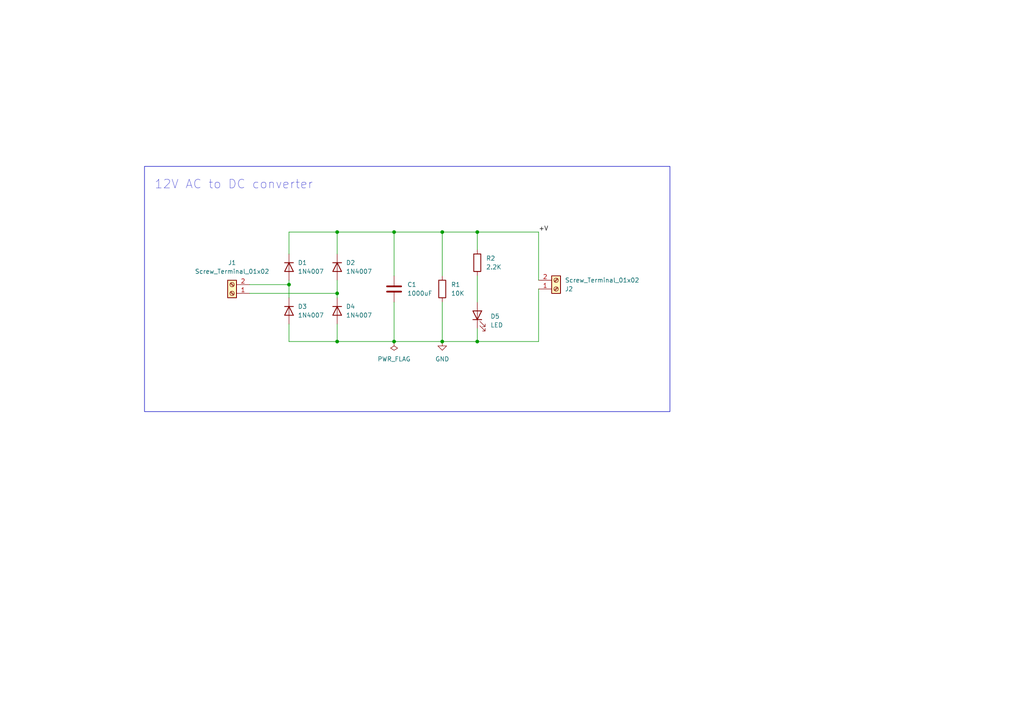
<source format=kicad_sch>
(kicad_sch (version 20250114) (generator "eeschema") (generator_version "9.0")
  (paper "A4")
  (title_block (title "AC to DC converter") (date "2026-02-09") (company "Murillo Horvath"))
  (lib_symbols
    (symbol "Connector:Screw_Terminal_01x02" (pin_names (offset 1.016) (hide yes))
      (property "Reference" "J" (at 0 2.54 0))
      (property "Value" "Screw_Terminal_01x02" (at 0 -5.08 0))
      (symbol "Screw_Terminal_01x02_1_1"
        (rectangle (start -1.27 1.27) (end 1.27 -3.81) (stroke (width 0.254)) (fill (type background)))
        (polyline (pts (xy -0.5334 0.3302) (xy 0.3302 -0.508)) (stroke (width 0.1524)))
        (polyline (pts (xy -0.5334 -2.2098) (xy 0.3302 -3.048)) (stroke (width 0.1524)))
        (polyline (pts (xy -0.3556 0.508) (xy 0.508 -0.3302)) (stroke (width 0.1524)))
        (polyline (pts (xy -0.3556 -2.032) (xy 0.508 -2.8702)) (stroke (width 0.1524)))
        (circle (center 0 0) (radius 0.635) (stroke (width 0.1524)))
        (circle (center 0 -2.54) (radius 0.635) (stroke (width 0.1524)))
        (pin passive line (at -5.08 0 0) (length 3.81) (name "Pin_1") (number "1"))
        (pin passive line (at -5.08 -2.54 0) (length 3.81) (name "Pin_2") (number "2"))
      )
    )
    (symbol "Device:C" (pin_numbers (hide yes)) (pin_names (offset 0.254))
      (property "Reference" "C" (at 0.635 2.54 0))
      (property "Value" "C" (at 0.635 -2.54 0))
      (symbol "C_0_1"
        (polyline (pts (xy -2.032 0.762) (xy 2.032 0.762)) (stroke (width 0.508)))
        (polyline (pts (xy -2.032 -0.762) (xy 2.032 -0.762)) (stroke (width 0.508)))
      )
      (symbol "C_1_1"
        (pin passive line (at 0 3.81 270) (length 2.794) (name "~") (number "1"))
        (pin passive line (at 0 -3.81 90) (length 2.794) (name "~") (number "2"))
      )
    )
    (symbol "Device:LED" (pin_numbers (hide yes)) (pin_names (offset 1.016) (hide yes))
      (property "Reference" "D" (at 0 2.54 0))
      (property "Value" "LED" (at 0 -2.54 0))
      (symbol "LED_0_1"
        (polyline (pts (xy -3.048 -0.762) (xy -4.572 -2.286) (xy -3.81 -2.286) (xy -4.572 -2.286) (xy -4.572 -1.524)))
        (polyline (pts (xy -1.778 -0.762) (xy -3.302 -2.286) (xy -2.54 -2.286) (xy -3.302 -2.286) (xy -3.302 -1.524)))
        (polyline (pts (xy -1.27 0) (xy 1.27 0)))
        (polyline (pts (xy -1.27 -1.27) (xy -1.27 1.27)) (stroke (width 0.254)))
        (polyline (pts (xy 1.27 -1.27) (xy 1.27 1.27) (xy -1.27 0) (xy 1.27 -1.27)) (stroke (width 0.254)))
      )
      (symbol "LED_1_1"
        (pin passive line (at -3.81 0 0) (length 2.54) (name "K") (number "1"))
        (pin passive line (at 3.81 0 180) (length 2.54) (name "A") (number "2"))
      )
    )
    (symbol "Device:R" (pin_numbers (hide yes)) (pin_names (offset 0))
      (property "Reference" "R" (at 2.032 0 90))
      (property "Value" "R" (at 0 0 90))
      (symbol "R_0_1"
        (rectangle (start -1.016 -2.54) (end 1.016 2.54) (stroke (width 0.254)))
      )
      (symbol "R_1_1"
        (pin passive line (at 0 3.81 270) (length 1.27) (name "~") (number "1"))
        (pin passive line (at 0 -3.81 90) (length 1.27) (name "~") (number "2"))
      )
    )
    (symbol "Diode:1N4007" (pin_numbers (hide yes)) (pin_names (hide yes))
      (property "Reference" "D" (at 0 2.54 0))
      (property "Value" "1N4007" (at 0 -2.54 0))
      (symbol "1N4007_0_1"
        (polyline (pts (xy -1.27 1.27) (xy -1.27 -1.27)) (stroke (width 0.254)))
        (polyline (pts (xy 1.27 1.27) (xy 1.27 -1.27) (xy -1.27 0) (xy 1.27 1.27)) (stroke (width 0.254)))
        (polyline (pts (xy 1.27 0) (xy -1.27 0)))
      )
      (symbol "1N4007_1_1"
        (pin passive line (at -3.81 0 0) (length 2.54) (name "K") (number "1"))
        (pin passive line (at 3.81 0 180) (length 2.54) (name "A") (number "2"))
      )
    )
    (symbol "power:GND" (power) (pin_numbers (hide yes)) (pin_names (offset 0) (hide yes))
      (property "Value" "GND" (at 0 -3.81 0))
      (symbol "GND_0_1"
        (polyline (pts (xy 0 0) (xy 0 -1.27) (xy 1.27 -1.27) (xy 0 -2.54) (xy -1.27 -1.27) (xy 0 -1.27)))
      )
      (symbol "GND_1_1"
        (pin power_in line (at 0 0 270) (length 0) (name "~") (number "1"))
      )
    )
    (symbol "power:PWR_FLAG" (power) (pin_numbers (hide yes)) (pin_names (offset 0) (hide yes))
      (property "Value" "PWR_FLAG" (at 0 3.81 0))
      (symbol "PWR_FLAG_0_0"
        (pin power_out line (at 0 0 90) (length 0) (name "~") (number "1"))
      )
      (symbol "PWR_FLAG_0_1"
        (polyline (pts (xy 0 0) (xy 0 1.27) (xy -1.016 1.905) (xy 0 2.54) (xy 1.016 1.905) (xy 0 1.27)))
      )
    )
  )
  (rectangle (start 41.91 48.26) (end 194.31 119.38))
  (text "12V AC to DC converter" (at 67.818 53.594 0) (effects (font (size 2.54 2.54) (thickness 0.0152) (bold yes))))
  (junction (at 128.27 67.31))
  (junction (at 114.3 99.06))
  (junction (at 138.43 99.06))
  (junction (at 83.82 82.55))
  (junction (at 97.79 99.06))
  (junction (at 97.79 85.09))
  (junction (at 114.3 67.31))
  (junction (at 128.27 99.06))
  (junction (at 97.79 67.31))
  (junction (at 138.43 67.31))
  (wire (pts (xy 72.39 85.09) (xy 97.79 85.09)))
  (wire (pts (xy 156.21 67.31) (xy 138.43 67.31)))
  (wire (pts (xy 97.79 85.09) (xy 97.79 86.36)))
  (wire (pts (xy 114.3 80.01) (xy 114.3 67.31)))
  (wire (pts (xy 114.3 87.63) (xy 114.3 99.06)))
  (wire (pts (xy 128.27 87.63) (xy 128.27 99.06)))
  (wire (pts (xy 97.79 81.28) (xy 97.79 85.09)))
  (wire (pts (xy 138.43 80.01) (xy 138.43 87.63)))
  (wire (pts (xy 114.3 99.06) (xy 128.27 99.06)))
  (wire (pts (xy 156.21 81.28) (xy 156.21 67.31)))
  (wire (pts (xy 138.43 67.31) (xy 128.27 67.31)))
  (wire (pts (xy 97.79 99.06) (xy 97.79 93.98)))
  (wire (pts (xy 83.82 82.55) (xy 83.82 86.36)))
  (wire (pts (xy 156.21 83.82) (xy 156.21 99.06)))
  (wire (pts (xy 114.3 67.31) (xy 128.27 67.31)))
  (wire (pts (xy 114.3 99.06) (xy 97.79 99.06)))
  (wire (pts (xy 83.82 99.06) (xy 97.79 99.06)))
  (wire (pts (xy 97.79 67.31) (xy 83.82 67.31)))
  (wire (pts (xy 72.39 82.55) (xy 83.82 82.55)))
  (wire (pts (xy 83.82 81.28) (xy 83.82 82.55)))
  (wire (pts (xy 83.82 67.31) (xy 83.82 73.66)))
  (wire (pts (xy 138.43 99.06) (xy 128.27 99.06)))
  (wire (pts (xy 83.82 93.98) (xy 83.82 99.06)))
  (wire (pts (xy 138.43 72.39) (xy 138.43 67.31)))
  (wire (pts (xy 156.21 99.06) (xy 138.43 99.06)))
  (wire (pts (xy 128.27 80.01) (xy 128.27 67.31)))
  (wire (pts (xy 138.43 95.25) (xy 138.43 99.06)))
  (wire (pts (xy 97.79 73.66) (xy 97.79 67.31)))
  (wire (pts (xy 114.3 67.31) (xy 97.79 67.31)))
  (label "+V" (at 156.21 67.31 0))
  (symbol (lib_id "Diode:1N4007") (at 97.79 90.17 270) (unit 1)
    (property "Reference" "D4" (at 100.33 88.8999 90) (effects (justify left)))
    (property "Value" "1N4007" (at 100.33 91.4399 90) (effects (justify left)))
    (property "Footprint" "Diode_THT:D_DO-41_SOD81_P10.16mm_Horizontal" (effects (hide yes)))
    (property "Datasheet" "http://www.vishay.com/docs/88503/1n4001.pdf" (effects (hide yes)))
    (property "Description" "1000V 1A General Purpose Rectifier Diode, DO-41" (effects (hide yes)))
    (property "Sim.Device" "D" (effects (hide yes)))
    (property "Sim.Pins" "1=K 2=A" (effects (hide yes)))
  )
  (symbol (lib_id "Device:C") (at 114.3 83.82 0) (unit 1)
    (property "Reference" "C1" (at 118.11 82.5499 0) (effects (justify left)))
    (property "Value" "1000uF" (at 118.11 85.0899 0) (effects (justify left)))
    (property "Footprint" "Capacitor_THT:CP_Radial_D8.0mm_P5.00mm" (effects (hide yes)))
    (property "Description" "Unpolarized capacitor" (effects (hide yes)))
  )
  (symbol (lib_id "Connector:Screw_Terminal_01x02") (at 67.31 85.09 180) (unit 1)
    (property "Reference" "J1" (at 67.31 76.2 0))
    (property "Value" "Screw_Terminal_01x02" (at 67.31 78.74 0))
    (property "Footprint" "TerminalBlock:TerminalBlock_MaiXu_MX126-5.0-02P_1x02_P5.00mm" (effects (hide yes)))
    (property "Description" "Generic screw terminal, single row, 01x02, script generated (kicad-library-utils/schlib/autogen/connector/)" (effects (hide yes)))
  )
  (symbol (lib_id "Diode:1N4007") (at 83.82 77.47 270) (unit 1)
    (property "Reference" "D1" (at 86.36 76.1999 90) (effects (justify left)))
    (property "Value" "1N4007" (at 86.36 78.7399 90) (effects (justify left)))
    (property "Footprint" "Diode_THT:D_DO-41_SOD81_P10.16mm_Horizontal" (effects (hide yes)))
    (property "Datasheet" "http://www.vishay.com/docs/88503/1n4001.pdf" (effects (hide yes)))
    (property "Description" "1000V 1A General Purpose Rectifier Diode, DO-41" (effects (hide yes)))
    (property "Sim.Device" "D" (effects (hide yes)))
    (property "Sim.Pins" "1=K 2=A" (effects (hide yes)))
  )
  (symbol (lib_id "Device:R") (at 128.27 83.82 0) (unit 1)
    (property "Reference" "R1" (at 130.81 82.5499 0) (effects (justify left)))
    (property "Value" "10K" (at 130.81 85.0899 0) (effects (justify left)))
    (property "Footprint" "Resistor_THT:R_Axial_DIN0207_L6.3mm_D2.5mm_P7.62mm_Horizontal" (effects (hide yes)))
    (property "Description" "Resistor" (effects (hide yes)))
  )
  (symbol (lib_id "Connector:Screw_Terminal_01x02") (at 161.29 83.82 0) (mirror x) (unit 1)
    (property "Reference" "J2" (at 163.83 83.8201 0) (effects (justify left)))
    (property "Value" "Screw_Terminal_01x02" (at 163.83 81.2801 0) (effects (justify left)))
    (property "Footprint" "TerminalBlock:TerminalBlock_MaiXu_MX126-5.0-02P_1x02_P5.00mm" (effects (hide yes)))
    (property "Description" "Generic screw terminal, single row, 01x02, script generated (kicad-library-utils/schlib/autogen/connector/)" (effects (hide yes)))
  )
  (symbol (lib_id "Device:LED") (at 138.43 91.44 90) (unit 1)
    (property "Reference" "D5" (at 142.24 91.7574 90) (effects (justify right)))
    (property "Value" "LED" (at 142.24 94.2974 90) (effects (justify right)))
    (property "Footprint" "LED_THT:LED_D5.0mm" (effects (hide yes)))
    (property "Description" "Light emitting diode" (effects (hide yes)))
    (property "Sim.Pins" "1=K 2=A" (effects (hide yes)))
  )
  (symbol (lib_id "Diode:1N4007") (at 83.82 90.17 270) (unit 1)
    (property "Reference" "D3" (at 86.36 88.8999 90) (effects (justify left)))
    (property "Value" "1N4007" (at 86.36 91.4399 90) (effects (justify left)))
    (property "Footprint" "Diode_THT:D_DO-41_SOD81_P10.16mm_Horizontal" (effects (hide yes)))
    (property "Datasheet" "http://www.vishay.com/docs/88503/1n4001.pdf" (effects (hide yes)))
    (property "Description" "1000V 1A General Purpose Rectifier Diode, DO-41" (effects (hide yes)))
    (property "Sim.Device" "D" (effects (hide yes)))
    (property "Sim.Pins" "1=K 2=A" (effects (hide yes)))
  )
  (symbol (lib_id "power:GND") (at 128.27 99.06 0) (unit 1)
    (property "Reference" "#PWR01" (effects (hide yes)))
    (property "Value" "GND" (at 128.27 104.14 0))
    (property "Description" "Power symbol creates a global label with name \"GND\" , ground" (effects (hide yes)))
  )
  (symbol (lib_id "Device:R") (at 138.43 76.2 0) (unit 1)
    (property "Reference" "R2" (at 140.97 74.9299 0) (effects (justify left)))
    (property "Value" "2.2K" (at 140.97 77.4699 0) (effects (justify left)))
    (property "Footprint" "Resistor_THT:R_Axial_DIN0207_L6.3mm_D2.5mm_P7.62mm_Horizontal" (effects (hide yes)))
    (property "Description" "Resistor" (effects (hide yes)))
  )
  (symbol (lib_id "power:PWR_FLAG") (at 114.3 99.06 180) (unit 1)
    (property "Reference" "#FLG01" (effects (hide yes)))
    (property "Value" "PWR_FLAG" (at 114.3 104.14 0))
    (property "Description" "Special symbol for telling ERC where power comes from" (effects (hide yes)))
  )
  (symbol (lib_id "Diode:1N4007") (at 97.79 77.47 270) (unit 1)
    (property "Reference" "D2" (at 100.33 76.1999 90) (effects (justify left)))
    (property "Value" "1N4007" (at 100.33 78.7399 90) (effects (justify left)))
    (property "Footprint" "Diode_THT:D_DO-41_SOD81_P10.16mm_Horizontal" (effects (hide yes)))
    (property "Datasheet" "http://www.vishay.com/docs/88503/1n4001.pdf" (effects (hide yes)))
    (property "Description" "1000V 1A General Purpose Rectifier Diode, DO-41" (effects (hide yes)))
    (property "Sim.Device" "D" (effects (hide yes)))
    (property "Sim.Pins" "1=K 2=A" (effects (hide yes)))
  )
)
</source>
